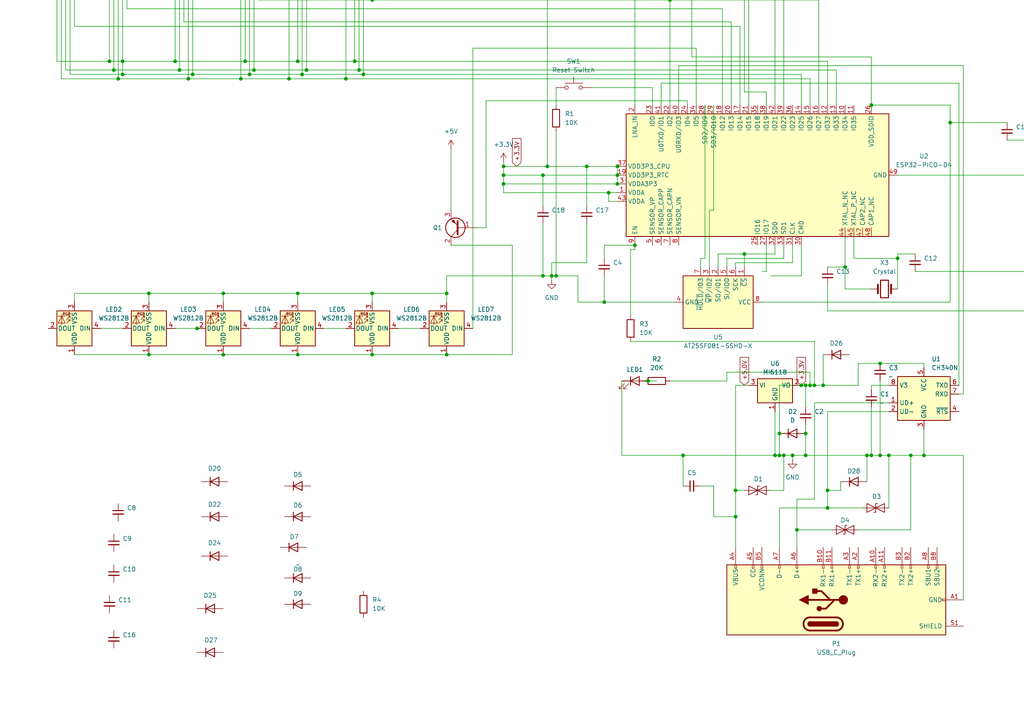
<source format=kicad_sch>
(kicad_sch (version 20231120) (generator "eeschema") (generator_version "8.0")
  (paper "A4")
  (junction (at 74.93 -20.32))
  (junction (at 300.99 -11.43))
  (junction (at 38.1 -21.59))
  (junction (at 57.15 -41.91))
  (junction (at 33.02 20.32))
  (junction (at 193.04 -41.91))
  (junction (at 231.14 153.67))
  (junction (at 107.95 102.87))
  (junction (at 88.9 20.32))
  (junction (at 74.93 -41.91))
  (junction (at 35.56 21.59))
  (junction (at 146.05 48.26))
  (junction (at 179.07 50.8))
  (junction (at 170.18 48.26))
  (junction (at 72.39 21.59))
  (junction (at 226.06 132.08))
  (junction (at 194.31 -20.32))
  (junction (at 233.68 132.08))
  (junction (at 57.15 -22.86))
  (junction (at 146.05 50.8))
  (junction (at 146.05 53.34))
  (junction (at 43.18 85.09))
  (junction (at 69.85 22.86))
  (junction (at 100.33 22.86))
  (junction (at 275.59 35.56))
  (junction (at 224.79 132.08))
  (junction (at 90.17 -24.13))
  (junction (at 245.11 77.47))
  (junction (at 257.81 132.08))
  (junction (at 213.36 142.24))
  (junction (at 31.75 17.78))
  (junction (at 107.95 -41.91))
  (junction (at 260.35 74.93))
  (junction (at 252.73 30.48))
  (junction (at 38.1 -41.91))
  (junction (at 86.36 85.09))
  (junction (at 129.54 85.09))
  (junction (at 300.99 50.8))
  (junction (at 267.97 132.08))
  (junction (at 184.15 71.12))
  (junction (at 228.6 -17.78))
  (junction (at 223.52 -20.32))
  (junction (at 87.63 21.59))
  (junction (at 64.77 102.87))
  (junction (at 54.61 22.86))
  (junction (at 226.06 125.73))
  (junction (at 300.99 63.5))
  (junction (at 215.9 73.66))
  (junction (at 71.12 17.78))
  (junction (at 252.73 132.08))
  (junction (at 67.31 -62.23))
  (junction (at 255.27 132.08))
  (junction (at 240.03 147.32))
  (junction (at 251.46 132.08))
  (junction (at 55.88 21.59))
  (junction (at 158.75 48.26))
  (junction (at 179.07 48.26))
  (junction (at 87.63 -41.91))
  (junction (at 104.14 20.32))
  (junction (at 255.27 105.41))
  (junction (at 64.77 85.09))
  (junction (at 261.62 -40.64))
  (junction (at 129.54 102.87))
  (junction (at 227.33 132.08))
  (junction (at 50.8 17.78))
  (junction (at 107.95 85.09))
  (junction (at 241.3 -20.32))
  (junction (at 102.87 17.78))
  (junction (at 85.09 -62.23))
  (junction (at 35.56 17.78))
  (junction (at 198.12 132.08))
  (junction (at 21.59 -21.59))
  (junction (at 179.07 53.34))
  (junction (at 107.95 0))
  (junction (at 232.41 111.76))
  (junction (at 34.29 -62.23))
  (junction (at 83.82 22.86))
  (junction (at 234.95 111.76))
  (junction (at 157.48 50.8))
  (junction (at 233.68 111.76))
  (junction (at 57.15 95.25))
  (junction (at 194.31 0))
  (junction (at 105.41 21.59))
  (junction (at 213.36 149.86))
  (junction (at 251.46 -25.4))
  (junction (at 86.36 102.87))
  (junction (at 160.02 80.01))
  (junction (at 233.68 125.73))
  (junction (at 43.18 102.87))
  (junction (at 52.07 20.32))
  (junction (at 157.48 80.01))
  (junction (at 240.03 142.24))
  (junction (at 229.87 132.08))
  (junction (at 300.99 -20.32))
  (junction (at 73.66 20.32))
  (junction (at 161.29 80.01))
  (junction (at 238.76 111.76))
  (junction (at 300.99 78.74))
  (junction (at 264.16 132.08))
  (junction (at 236.22 111.76))
  (junction (at 193.04 -20.32))
  (junction (at 236.22 -17.78))
  (junction (at 68.58 -62.23))
  (junction (at 200.66 -25.4))
  (junction (at 54.61 -62.23))
  (junction (at 187.96 110.49))
  (junction (at 107.95 -24.13))
  (junction (at 300.99 40.64))
  (junction (at 175.26 87.63))
  (junction (at 86.36 17.78))
  (junction (at 34.29 22.86))
  (junction (at 176.53 55.88))
  (wire (pts (xy 245.11 68.58) (xy 245.11 77.47)))
  (wire (pts (xy 219.71 -25.4) (xy 224.79 -25.4)))
  (wire (pts (xy 43.18 85.09) (xy 64.77 85.09)))
  (wire (pts (xy 251.46 -25.4) (xy 251.46 -69.85)))
  (wire (pts (xy 57.15 -17.78) (xy 54.61 -17.78)))
  (wire (pts (xy 279.4 173.99) (xy 279.4 132.08)))
  (wire (pts (xy 19.05 -8.89) (xy 19.05 20.32)))
  (wire (pts (xy 207.01 149.86) (xy 213.36 149.86)))
  (wire (pts (xy 86.36 85.09) (xy 107.95 85.09)))
  (wire (pts (xy 292.1 40.64) (xy 300.99 40.64)))
  (wire (pts (xy 25.4 -6.35) (xy 25.4 -21.59)))
  (wire (pts (xy 279.4 19.05) (xy 279.4 114.3)))
  (wire (pts (xy 148.59 102.87) (xy 129.54 102.87)))
  (wire (pts (xy 196.85 19.05) (xy 196.85 30.48)))
  (wire (pts (xy 261.62 -40.64) (xy 300.99 -40.64)))
  (wire (pts (xy 184.15 72.39) (xy 184.15 71.12)))
  (wire (pts (xy 265.43 78.74) (xy 300.99 78.74)))
  (wire (pts (xy 57.15 -15.24) (xy 55.88 -15.24)))
  (wire (pts (xy 214.63 7.62) (xy 21.59 7.62)))
  (wire (pts (xy 222.25 71.12) (xy 222.25 78.74)))
  (wire (pts (xy 54.61 -62.23) (xy 67.31 -62.23)))
  (wire (pts (xy 57.15 -22.86) (xy 57.15 -41.91)))
  (wire (pts (xy 243.84 139.7) (xy 243.84 142.24)))
  (wire (pts (xy 220.98 87.63) (xy 275.59 87.63)))
  (wire (pts (xy 140.97 29.21) (xy 140.97 66.04)))
  (wire (pts (xy 115.57 95.25) (xy 121.92 95.25)))
  (wire (pts (xy 86.36 102.87) (xy 64.77 102.87)))
  (wire (pts (xy 52.07 20.32) (xy 73.66 20.32)))
  (wire (pts (xy 226.06 125.73) (xy 226.06 132.08)))
  (wire (pts (xy 224.79 73.66) (xy 215.9 73.66)))
  (wire (pts (xy 167.64 87.63) (xy 167.64 80.01)))
  (wire (pts (xy 21.59 -6.35) (xy 25.4 -6.35)))
  (wire (pts (xy 68.58 -62.23) (xy 85.09 -62.23)))
  (wire (pts (xy 87.63 -24.13) (xy 90.17 -24.13)))
  (wire (pts (xy 175.26 80.01) (xy 175.26 87.63)))
  (wire (pts (xy 74.93 -5.08) (xy 78.74 -5.08)))
  (wire (pts (xy 107.95 -11.43) (xy 104.14 -11.43)))
  (wire (pts (xy 236.22 111.76) (xy 238.76 111.76)))
  (wire (pts (xy 175.26 87.63) (xy 195.58 87.63)))
  (wire (pts (xy 176.53 55.88) (xy 179.07 55.88)))
  (wire (pts (xy 238.76 102.87) (xy 238.76 111.76)))
  (wire (pts (xy 223.52 80.01) (xy 232.41 80.01)))
  (wire (pts (xy 209.55 2.54) (xy 36.83 2.54)))
  (wire (pts (xy 100.33 -19.05) (xy 100.33 22.86)))
  (wire (pts (xy 170.18 48.26) (xy 170.18 59.69)))
  (wire (pts (xy 184.15 71.12) (xy 175.26 71.12)))
  (wire (pts (xy 21.59 85.09) (xy 43.18 85.09)))
  (wire (pts (xy 237.49 0) (xy 194.31 0)))
  (wire (pts (xy 180.34 132.08) (xy 198.12 132.08)))
  (wire (pts (xy 255.27 110.49) (xy 255.27 132.08)))
  (wire (pts (xy 213.36 76.2) (xy 213.36 77.47)))
  (wire (pts (xy 215.9 73.66) (xy 208.28 73.66)))
  (wire (pts (xy 57.15 -10.16) (xy 52.07 -10.16)))
  (wire (pts (xy 261.62 -40.64) (xy 261.62 -33.02)))
  (wire (pts (xy 229.87 -24.13) (xy 228.6 -24.13)))
  (wire (pts (xy 300.99 40.64) (xy 300.99 50.8)))
  (wire (pts (xy 17.78 -19.05) (xy 17.78 -62.23)))
  (wire (pts (xy 90.17 -21.59) (xy 85.09 -21.59)))
  (wire (pts (xy 87.63 -41.91) (xy 87.63 -24.13)))
  (wire (pts (xy 194.31 110.49) (xy 210.82 110.49)))
  (wire (pts (xy 73.66 -7.62) (xy 73.66 20.32)))
  (wire (pts (xy 207.01 140.97) (xy 207.01 149.86)))
  (wire (pts (xy 267.97 106.68) (xy 267.97 105.41)))
  (wire (pts (xy 232.41 -24.13) (xy 236.22 -24.13)))
  (wire (pts (xy 199.39 29.21) (xy 140.97 29.21)))
  (wire (pts (xy 180.34 110.49) (xy 180.34 132.08)))
  (wire (pts (xy 16.51 -11.43) (xy 16.51 17.78)))
  (wire (pts (xy 213.36 -41.91) (xy 213.36 -38.1)))
  (wire (pts (xy 146.05 46.99) (xy 146.05 48.26)))
  (wire (pts (xy 240.03 119.38) (xy 257.81 119.38)))
  (wire (pts (xy 140.97 66.04) (xy 138.43 66.04)))
  (wire (pts (xy 275.59 35.56) (xy 292.1 35.56)))
  (wire (pts (xy 190.5 110.49) (xy 187.96 110.49)))
  (wire (pts (xy 217.17 -38.1) (xy 213.36 -38.1)))
  (wire (pts (xy 78.74 -5.08) (xy 78.74 -20.32)))
  (wire (pts (xy 67.31 -62.23) (xy 68.58 -62.23)))
  (wire (pts (xy 232.41 71.12) (xy 232.41 80.01)))
  (wire (pts (xy 182.88 91.44) (xy 182.88 72.39)))
  (wire (pts (xy 300.99 78.74) (xy 300.99 90.17)))
  (wire (pts (xy 38.1 -13.97) (xy 35.56 -13.97)))
  (wire (pts (xy 257.81 132.08) (xy 257.81 147.32)))
  (wire (pts (xy 52.07 -10.16) (xy 52.07 20.32)))
  (wire (pts (xy 226.06 132.08) (xy 227.33 132.08)))
  (wire (pts (xy 129.54 80.01) (xy 129.54 85.09)))
  (wire (pts (xy 194.31 -20.32) (xy 223.52 -20.32)))
  (wire (pts (xy 55.88 -15.24) (xy 55.88 21.59)))
  (wire (pts (xy 209.55 -25.4) (xy 200.66 -25.4)))
  (wire (pts (xy 137.16 13.97) (xy 201.93 13.97)))
  (wire (pts (xy 240.03 77.47) (xy 245.11 77.47)))
  (wire (pts (xy 107.95 -21.59) (xy 100.33 -21.59)))
  (wire (pts (xy 71.12 -10.16) (xy 71.12 17.78)))
  (wire (pts (xy 236.22 -24.13) (xy 236.22 -17.78)))
  (wire (pts (xy 130.81 43.18) (xy 130.81 60.96)))
  (wire (pts (xy 252.73 113.03) (xy 252.73 111.76)))
  (wire (pts (xy 157.48 50.8) (xy 179.07 50.8)))
  (wire (pts (xy 267.97 124.46) (xy 267.97 132.08)))
  (wire (pts (xy 213.36 142.24) (xy 215.9 142.24)))
  (wire (pts (xy 255.27 105.41) (xy 248.92 105.41)))
  (wire (pts (xy 93.98 95.25) (xy 100.33 95.25)))
  (wire (pts (xy 68.58 -62.23) (xy 68.58 -60.96)))
  (wire (pts (xy 170.18 76.2) (xy 160.02 76.2)))
  (wire (pts (xy 107.95 0) (xy 74.93 0)))
  (wire (pts (xy 19.05 20.32) (xy 33.02 20.32)))
  (wire (pts (xy 179.07 58.42) (xy 176.53 58.42)))
  (wire (pts (xy 215.9 26.67) (xy 222.25 26.67)))
  (wire (pts (xy 54.61 -20.32) (xy 54.61 -62.23)))
  (wire (pts (xy 203.2 74.93) (xy 203.2 77.47)))
  (wire (pts (xy 224.79 71.12) (xy 224.79 73.66)))
  (wire (pts (xy 252.73 16.51) (xy 252.73 30.48)))
  (wire (pts (xy 241.3 -20.32) (xy 241.3 -17.78)))
  (wire (pts (xy 157.48 80.01) (xy 160.02 80.01)))
  (wire (pts (xy 93.98 -24.13) (xy 90.17 -24.13)))
  (wire (pts (xy 237.49 -40.64) (xy 261.62 -40.64)))
  (wire (pts (xy 227.33 -8.89) (xy 227.33 30.48)))
  (wire (pts (xy 252.73 132.08) (xy 255.27 132.08)))
  (wire (pts (xy 105.41 -16.51) (xy 105.41 21.59)))
  (wire (pts (xy 21.59 -41.91) (xy 38.1 -41.91)))
  (wire (pts (xy 223.52 142.24) (xy 227.33 142.24)))
  (wire (pts (xy 215.9 26.67) (xy 215.9 -53.34)))
  (wire (pts (xy 267.97 105.41) (xy 255.27 105.41)))
  (wire (pts (xy 50.8 -12.7) (xy 50.8 17.78)))
  (wire (pts (xy 260.35 73.66) (xy 260.35 74.93)))
  (wire (pts (xy 229.87 71.12) (xy 229.87 76.2)))
  (wire (pts (xy 158.75 -49.53) (xy 193.04 -49.53)))
  (wire (pts (xy 222.25 26.67) (xy 222.25 30.48)))
  (wire (pts (xy 200.66 -25.4) (xy 200.66 16.51)))
  (wire (pts (xy 232.41 111.76) (xy 233.68 111.76)))
  (wire (pts (xy 146.05 48.26) (xy 146.05 50.8)))
  (wire (pts (xy 64.77 85.09) (xy 64.77 87.63)))
  (wire (pts (xy 229.87 132.08) (xy 233.68 132.08)))
  (wire (pts (xy 170.18 48.26) (xy 179.07 48.26)))
  (wire (pts (xy 238.76 111.76) (xy 248.92 111.76)))
  (wire (pts (xy 193.04 -44.45) (xy 193.04 -41.91)))
  (wire (pts (xy 240.03 147.32) (xy 240.03 142.24)))
  (wire (pts (xy 237.49 30.48) (xy 237.49 0)))
  (wire (pts (xy 38.1 -41.91) (xy 57.15 -41.91)))
  (wire (pts (xy 232.41 -27.94) (xy 232.41 -24.13)))
  (wire (pts (xy 227.33 142.24) (xy 227.33 132.08)))
  (wire (pts (xy 215.9 -53.34) (xy 222.25 -53.34)))
  (wire (pts (xy 240.03 17.78) (xy 102.87 17.78)))
  (wire (pts (xy 231.14 153.67) (xy 241.3 153.67)))
  (wire (pts (xy 21.59 -21.59) (xy 25.4 -21.59)))
  (wire (pts (xy 189.23 -20.32) (xy 193.04 -20.32)))
  (wire (pts (xy 236.22 116.84) (xy 257.81 116.84)))
  (wire (pts (xy 86.36 17.78) (xy 102.87 17.78)))
  (wire (pts (xy 203.2 140.97) (xy 207.01 140.97)))
  (wire (pts (xy 175.26 71.12) (xy 175.26 74.93)))
  (wire (pts (xy 208.28 73.66) (xy 208.28 77.47)))
  (wire (pts (xy 31.75 17.78) (xy 35.56 17.78)))
  (wire (pts (xy 57.15 -22.86) (xy 60.96 -22.86)))
  (wire (pts (xy 300.99 -40.64) (xy 300.99 -20.32)))
  (wire (pts (xy 227.33 -8.89) (xy 222.25 -8.89)))
  (wire (pts (xy 240.03 30.48) (xy 240.03 17.78)))
  (wire (pts (xy 86.36 85.09) (xy 86.36 87.63)))
  (wire (pts (xy 240.03 147.32) (xy 250.19 147.32)))
  (wire (pts (xy 161.29 38.1) (xy 161.29 80.01)))
  (wire (pts (xy 233.68 125.73) (xy 233.68 132.08)))
  (wire (pts (xy 87.63 -16.51) (xy 87.63 21.59)))
  (wire (pts (xy 86.36 -13.97) (xy 86.36 17.78)))
  (wire (pts (xy 71.12 17.78) (xy 86.36 17.78)))
  (wire (pts (xy 196.85 19.05) (xy 279.4 19.05)))
  (wire (pts (xy 251.46 -25.4) (xy 261.62 -25.4)))
  (wire (pts (xy 191.77 24.13) (xy 191.77 30.48)))
  (wire (pts (xy 107.95 -6.35) (xy 107.95 0)))
  (wire (pts (xy 57.15 95.25) (xy 58.42 95.25)))
  (wire (pts (xy 72.39 -12.7) (xy 72.39 21.59)))
  (wire (pts (xy 243.84 142.24) (xy 240.03 142.24)))
  (wire (pts (xy 93.98 -8.89) (xy 93.98 -24.13)))
  (wire (pts (xy 29.21 95.25) (xy 35.56 95.25)))
  (wire (pts (xy 74.93 -12.7) (xy 72.39 -12.7)))
  (wire (pts (xy 100.33 22.86) (xy 234.95 22.86)))
  (wire (pts (xy 17.78 -16.51) (xy 21.59 -16.51)))
  (wire (pts (xy 33.02 -8.89) (xy 33.02 20.32)))
  (wire (pts (xy 41.91 -6.35) (xy 41.91 -21.59)))
  (wire (pts (xy 90.17 -19.05) (xy 83.82 -19.05)))
  (wire (pts (xy 161.29 80.01) (xy 167.64 80.01)))
  (wire (pts (xy 248.92 105.41) (xy 248.92 111.76)))
  (wire (pts (xy 220.98 78.74) (xy 222.25 78.74)))
  (wire (pts (xy 275.59 30.48) (xy 275.59 35.56)))
  (wire (pts (xy 73.66 20.32) (xy 88.9 20.32)))
  (wire (pts (xy 146.05 53.34) (xy 179.07 53.34)))
  (wire (pts (xy 251.46 -19.05) (xy 251.46 -25.4)))
  (wire (pts (xy 207.01 60.96) (xy 207.01 30.48)))
  (wire (pts (xy 228.6 -17.78) (xy 228.6 -13.97)))
  (wire (pts (xy 74.93 -20.32) (xy 74.93 -41.91)))
  (wire (pts (xy 74.93 -17.78) (xy 67.31 -17.78)))
  (wire (pts (xy 87.63 -41.91) (xy 107.95 -41.91)))
  (wire (pts (xy 167.64 87.63) (xy 175.26 87.63)))
  (wire (pts (xy 229.87 132.08) (xy 229.87 133.35)))
  (wire (pts (xy 226.06 158.75) (xy 226.06 147.32)))
  (wire (pts (xy 69.85 22.86) (xy 69.85 -15.24)))
  (wire (pts (xy 38.1 -19.05) (xy 34.29 -19.05)))
  (wire (pts (xy 34.29 -16.51) (xy 34.29 22.86)))
  (wire (pts (xy 57.15 -7.62) (xy 60.96 -7.62)))
  (wire (pts (xy 205.74 60.96) (xy 207.01 60.96)))
  (wire (pts (xy 157.48 64.77) (xy 157.48 80.01)))
  (wire (pts (xy 50.8 95.25) (xy 57.15 95.25)))
  (wire (pts (xy 146.05 50.8) (xy 157.48 50.8)))
  (wire (pts (xy 227.33 74.93) (xy 210.82 74.93)))
  (wire (pts (xy 107.95 -8.89) (xy 111.76 -8.89)))
  (wire (pts (xy 236.22 144.78) (xy 236.22 116.84)))
  (wire (pts (xy 35.56 17.78) (xy 35.56 21.59)))
  (wire (pts (xy 224.79 -7.62) (xy 219.71 -7.62)))
  (wire (pts (xy 107.95 -16.51) (xy 105.41 -16.51)))
  (wire (pts (xy 279.4 114.3) (xy 278.13 114.3)))
  (wire (pts (xy 74.93 -20.32) (xy 78.74 -20.32)))
  (wire (pts (xy 200.66 -27.94) (xy 200.66 -25.4)))
  (wire (pts (xy 148.59 71.12) (xy 148.59 102.87)))
  (wire (pts (xy 38.1 -21.59) (xy 38.1 -41.91)))
  (wire (pts (xy 231.14 144.78) (xy 236.22 144.78)))
  (wire (pts (xy 38.1 -6.35) (xy 41.91 -6.35)))
  (wire (pts (xy 17.78 22.86) (xy 34.29 22.86)))
  (wire (pts (xy 64.77 85.09) (xy 86.36 85.09)))
  (wire (pts (xy 232.41 30.48) (xy 232.41 21.59)))
  (wire (pts (xy 278.13 111.76) (xy 278.13 24.13)))
  (wire (pts (xy 111.76 -8.89) (xy 111.76 -24.13)))
  (wire (pts (xy 194.31 0) (xy 107.95 0)))
  (wire (pts (xy 212.09 30.48) (xy 212.09 6.35)))
  (wire (pts (xy 257.81 132.08) (xy 264.16 132.08)))
  (wire (pts (xy 100.33 -21.59) (xy 100.33 -62.23)))
  (wire (pts (xy 57.15 -12.7) (xy 50.8 -12.7)))
  (wire (pts (xy 60.96 -7.62) (xy 60.96 -22.86)))
  (wire (pts (xy 137.16 95.25) (xy 137.16 13.97)))
  (wire (pts (xy 217.17 -5.08) (xy 217.17 30.48)))
  (wire (pts (xy 213.36 149.86) (xy 213.36 158.75)))
  (wire (pts (xy 224.79 -7.62) (xy 224.79 30.48)))
  (wire (pts (xy 107.95 -19.05) (xy 100.33 -19.05)))
  (wire (pts (xy 182.88 99.06) (xy 236.22 99.06)))
  (wire (pts (xy 72.39 95.25) (xy 78.74 95.25)))
  (wire (pts (xy 146.05 55.88) (xy 176.53 55.88)))
  (wire (pts (xy 251.46 139.7) (xy 251.46 132.08)))
  (wire (pts (xy 264.16 132.08) (xy 267.97 132.08)))
  (wire (pts (xy 107.95 -41.91) (xy 107.95 -24.13)))
  (wire (pts (xy 130.81 71.12) (xy 148.59 71.12)))
  (wire (pts (xy 231.14 153.67) (xy 231.14 144.78)))
  (wire (pts (xy 160.02 80.01) (xy 161.29 80.01)))
  (wire (pts (xy 90.17 -11.43) (xy 88.9 -11.43)))
  (wire (pts (xy 223.52 -20.32) (xy 223.52 -17.78)))
  (wire (pts (xy 74.93 -10.16) (xy 71.12 -10.16)))
  (wire (pts (xy 194.31 -33.02) (xy 194.31 -20.32)))
  (wire (pts (xy 83.82 22.86) (xy 100.33 22.86)))
  (wire (pts (xy 107.95 102.87) (xy 86.36 102.87)))
  (wire (pts (xy 210.82 74.93) (xy 210.82 77.47)))
  (wire (pts (xy 129.54 80.01) (xy 157.48 80.01)))
  (wire (pts (xy 264.16 153.67) (xy 264.16 132.08)))
  (wire (pts (xy 21.59 -19.05) (xy 17.78 -19.05)))
  (wire (pts (xy 233.68 111.76) (xy 234.95 111.76)))
  (wire (pts (xy 85.09 -21.59) (xy 85.09 -62.23)))
  (wire (pts (xy 74.93 -41.91) (xy 87.63 -41.91)))
  (wire (pts (xy 265.43 73.66) (xy 260.35 73.66)))
  (wire (pts (xy 224.79 119.38) (xy 224.79 132.08)))
  (wire (pts (xy 43.18 102.87) (xy 21.59 102.87)))
  (wire (pts (xy 229.87 -27.94) (xy 229.87 -24.13)))
  (wire (pts (xy 35.56 21.59) (xy 55.88 21.59)))
  (wire (pts (xy 105.41 21.59) (xy 232.41 21.59)))
  (wire (pts (xy 102.87 -13.97) (xy 107.95 -13.97)))
  (wire (pts (xy 240.03 90.17) (xy 300.99 90.17)))
  (wire (pts (xy 21.59 -21.59) (xy 21.59 -41.91)))
  (wire (pts (xy 20.32 21.59) (xy 35.56 21.59)))
  (wire (pts (xy 54.61 -17.78) (xy 54.61 22.86)))
  (wire (pts (xy 38.1 -11.43) (xy 31.75 -11.43)))
  (wire (pts (xy 179.07 53.34) (xy 179.07 50.8)))
  (wire (pts (xy 88.9 20.32) (xy 104.14 20.32)))
  (wire (pts (xy 245.11 83.82) (xy 252.73 83.82)))
  (wire (pts (xy 90.17 -8.89) (xy 93.98 -8.89)))
  (wire (pts (xy 198.12 140.97) (xy 198.12 132.08)))
  (wire (pts (xy 55.88 21.59) (xy 72.39 21.59)))
  (wire (pts (xy 228.6 -24.13) (xy 228.6 -17.78)))
  (wire (pts (xy 260.35 50.8) (xy 300.99 50.8)))
  (wire (pts (xy 275.59 35.56) (xy 275.59 87.63)))
  (wire (pts (xy 104.14 20.32) (xy 242.57 20.32)))
  (wire (pts (xy 87.63 -16.51) (xy 90.17 -16.51)))
  (wire (pts (xy 233.68 132.08) (xy 251.46 132.08)))
  (wire (pts (xy 209.55 -40.64) (xy 217.17 -40.64)))
  (wire (pts (xy 199.39 30.48) (xy 199.39 29.21)))
  (wire (pts (xy 227.33 71.12) (xy 227.33 74.93)))
  (wire (pts (xy 176.53 58.42) (xy 176.53 55.88)))
  (wire (pts (xy 57.15 -41.91) (xy 74.93 -41.91)))
  (wire (pts (xy 17.78 -16.51) (xy 17.78 22.86)))
  (wire (pts (xy 38.1 -16.51) (xy 34.29 -16.51)))
  (wire (pts (xy 219.71 -7.62) (xy 219.71 -25.4)))
  (wire (pts (xy 90.17 -5.08) (xy 217.17 -5.08)))
  (wire (pts (xy 260.35 74.93) (xy 260.35 83.82)))
  (wire (pts (xy 34.29 -62.23) (xy 54.61 -62.23)))
  (wire (pts (xy 233.68 123.19) (xy 233.68 125.73)))
  (wire (pts (xy 170.18 64.77) (xy 170.18 76.2)))
  (wire (pts (xy 90.17 -6.35) (xy 90.17 -5.08)))
  (wire (pts (xy 17.78 -62.23) (xy 34.29 -62.23)))
  (wire (pts (xy 160.02 80.01) (xy 160.02 81.28)))
  (wire (pts (xy 72.39 21.59) (xy 87.63 21.59)))
  (wire (pts (xy 255.27 132.08) (xy 257.81 132.08)))
  (wire (pts (xy 242.57 30.48) (xy 242.57 20.32)))
  (wire (pts (xy 74.93 -7.62) (xy 73.66 -7.62)))
  (wire (pts (xy 161.29 25.4) (xy 161.29 30.48)))
  (wire (pts (xy 104.14 -11.43) (xy 104.14 20.32)))
  (wire (pts (xy 300.99 63.5) (xy 300.99 78.74)))
  (wire (pts (xy 38.1 -8.89) (xy 33.02 -8.89)))
  (wire (pts (xy 193.04 -41.91) (xy 193.04 -20.32)))
  (wire (pts (xy 209.55 30.48) (xy 209.55 2.54)))
  (wire (pts (xy 252.73 30.48) (xy 275.59 30.48)))
  (wire (pts (xy 35.56 -13.97) (xy 35.56 17.78)))
  (wire (pts (xy 204.47 -69.85) (xy 204.47 -38.1)))
  (wire (pts (xy 111.76 -24.13) (xy 107.95 -24.13)))
  (wire (pts (xy 234.95 111.76) (xy 236.22 111.76)))
  (wire (pts (xy 227.33 132.08) (xy 229.87 132.08)))
  (wire (pts (xy 204.47 30.48) (xy 204.47 74.93)))
  (wire (pts (xy 107.95 85.09) (xy 107.95 87.63)))
  (wire (pts (xy 34.29 22.86) (xy 54.61 22.86)))
  (wire (pts (xy 217.17 111.76) (xy 213.36 111.76)))
  (wire (pts (xy 158.75 48.26) (xy 170.18 48.26)))
  (wire (pts (xy 182.88 72.39) (xy 184.15 72.39)))
  (wire (pts (xy 160.02 76.2) (xy 160.02 80.01)))
  (wire (pts (xy 229.87 76.2) (xy 213.36 76.2)))
  (wire (pts (xy 213.36 -41.91) (xy 193.04 -41.91)))
  (wire (pts (xy 157.48 59.69) (xy 157.48 50.8)))
  (wire (pts (xy 226.06 147.32) (xy 240.03 147.32)))
  (wire (pts (xy 191.77 24.13) (xy 278.13 24.13)))
  (wire (pts (xy 33.02 20.32) (xy 52.07 20.32)))
  (wire (pts (xy 74.93 -2.54) (xy 74.93 0)))
  (wire (pts (xy 54.61 22.86) (xy 69.85 22.86)))
  (wire (pts (xy 69.85 22.86) (xy 83.82 22.86)))
  (wire (pts (xy 129.54 102.87) (xy 107.95 102.87)))
  (wire (pts (xy 251.46 132.08) (xy 252.73 132.08)))
  (wire (pts (xy 224.79 132.08) (xy 226.06 132.08)))
  (wire (pts (xy 198.12 132.08) (xy 224.79 132.08)))
  (wire (pts (xy 215.9 73.66) (xy 215.9 77.47)))
  (wire (pts (xy 50.8 17.78) (xy 71.12 17.78)))
  (wire (pts (xy 209.55 -25.4) (xy 209.55 -40.64)))
  (wire (pts (xy 129.54 85.09) (xy 129.54 87.63)))
  (wire (pts (xy 83.82 -19.05) (xy 83.82 22.86)))
  (wire (pts (xy 300.99 -11.43) (xy 300.99 40.64)))
  (wire (pts (xy 87.63 21.59) (xy 105.41 21.59)))
  (wire (pts (xy 205.74 77.47) (xy 205.74 60.96)))
  (wire (pts (xy 251.46 -11.43) (xy 300.99 -11.43)))
  (wire (pts (xy 38.1 -21.59) (xy 41.91 -21.59)))
  (wire (pts (xy 226.06 125.73) (xy 226.06 111.76)))
  (wire (pts (xy 43.18 85.09) (xy 43.18 87.63)))
  (wire (pts (xy 231.14 158.75) (xy 231.14 153.67)))
  (wire (pts (xy 53.34 6.35) (xy 53.34 -5.08)))
  (wire (pts (xy 233.68 118.11) (xy 233.68 111.76)))
  (wire (pts (xy 247.65 74.93) (xy 260.35 74.93)))
  (wire (pts (xy 234.95 30.48) (xy 234.95 22.86)))
  (wire (pts (xy 236.22 -17.78) (xy 236.22 -13.97)))
  (wire (pts (xy 146.05 53.34) (xy 146.05 55.88)))
  (wire (pts (xy 85.09 -62.23) (xy 100.33 -62.23)))
  (wire (pts (xy 224.79 -27.94) (xy 224.79 -25.4)))
  (wire (pts (xy 189.23 30.48) (xy 189.23 25.4)))
  (wire (pts (xy 251.46 -69.85) (xy 204.47 -69.85)))
  (wire (pts (xy 234.95 107.95) (xy 234.95 111.76)))
  (wire (pts (xy 184.15 -20.32) (xy 184.15 30.48)))
  (wire (pts (xy 223.52 -20.32) (xy 241.3 -20.32)))
  (wire (pts (xy 247.65 68.58) (xy 247.65 74.93)))
  (wire (pts (xy 146.05 48.26) (xy 158.75 48.26)))
  (wire (pts (xy 214.63 30.48) (xy 214.63 7.62)))
  (wire (pts (xy 21.59 85.09) (xy 21.59 87.63)))
  (wire (pts (xy 64.77 102.87) (xy 43.18 102.87)))
  (wire (pts (xy 213.36 142.24) (xy 213.36 149.86)))
  (wire (pts (xy 35.56 17.78) (xy 50.8 17.78)))
  (wire (pts (xy 102.87 17.78) (xy 102.87 -13.97)))
  (wire (pts (xy 245.11 77.47) (xy 245.11 83.82)))
  (wire (pts (xy 90.17 -13.97) (xy 86.36 -13.97)))
  (wire (pts (xy 240.03 142.24) (xy 240.03 119.38)))
  (wire (pts (xy 158.75 -49.53) (xy 158.75 48.26)))
  (wire (pts (xy 107.95 -41.91) (xy 115.57 -41.91)))
  (wire (pts (xy 21.59 -11.43) (xy 16.51 -11.43)))
  (wire (pts (xy 171.45 25.4) (xy 189.23 25.4)))
  (wire (pts (xy 36.83 -3.81) (xy 38.1 -3.81)))
  (wire (pts (xy 300.99 -20.32) (xy 300.99 -11.43)))
  (wire (pts (xy 200.66 -33.02) (xy 194.31 -33.02)))
  (wire (pts (xy 53.34 -5.08) (xy 57.15 -5.08)))
  (wire (pts (xy 34.29 -19.05) (xy 34.29 -62.23)))
  (wire (pts (xy 210.82 110.49) (xy 210.82 107.95)))
  (wire (pts (xy 21.59 -13.97) (xy 20.32 -13.97)))
  (wire (pts (xy 210.82 107.95) (xy 234.95 107.95)))
  (wire (pts (xy 67.31 -62.23) (xy 67.31 -17.78)))
  (wire (pts (xy 201.93 30.48) (xy 201.93 13.97)))
  (wire (pts (xy 36.83 2.54) (xy 36.83 -3.81)))
  (wire (pts (xy 193.04 -20.32) (xy 194.31 -20.32)))
  (wire (pts (xy 236.22 99.06) (xy 236.22 111.76)))
  (wire (pts (xy 21.59 -3.81) (xy 21.59 7.62)))
  (wire (pts (xy 248.92 153.67) (xy 264.16 153.67)))
  (wire (pts (xy 252.73 118.11) (xy 252.73 132.08)))
  (wire (pts (xy 267.97 132.08) (xy 279.4 132.08)))
  (wire (pts (xy 16.51 17.78) (xy 31.75 17.78)))
  (wire (pts (xy 194.31 30.48) (xy 194.31 0)))
  (wire (pts (xy 212.09 6.35) (xy 53.34 6.35)))
  (wire (pts (xy 241.3 -20.32) (xy 300.99 -20.32)))
  (wire (pts (xy 146.05 50.8) (xy 146.05 53.34)))
  (wire (pts (xy 204.47 74.93) (xy 203.2 74.93)))
  (wire (pts (xy 21.59 -8.89) (xy 19.05 -8.89)))
  (wire (pts (xy 88.9 -11.43) (xy 88.9 20.32)))
  (wire (pts (xy 252.73 111.76) (xy 257.81 111.76)))
  (wire (pts (xy 213.36 111.76) (xy 213.36 142.24)))
  (wire (pts (xy 179.07 48.26) (xy 179.07 50.8)))
  (wire (pts (xy 222.25 -8.89) (xy 222.25 -27.94)))
  (wire (pts (xy 31.75 -11.43) (xy 31.75 17.78)))
  (wire (pts (xy 300.99 63.5) (xy 300.99 50.8)))
  (wire (pts (xy 57.15 -20.32) (xy 54.61 -20.32)))
  (wire (pts (xy 69.85 -15.24) (xy 74.93 -15.24)))
  (wire (pts (xy 107.95 85.09) (xy 129.54 85.09)))
  (wire (pts (xy 240.03 82.55) (xy 240.03 90.17)))
  (wire (pts (xy 200.66 16.51) (xy 252.73 16.51)))
  (wire (pts (xy 226.06 111.76) (xy 232.41 111.76)))
  (wire (pts (xy 20.32 -13.97) (xy 20.32 21.59)))
  (wire (pts (xy 186.69 110.49) (xy 187.96 110.49)))
  (global_label "+3.3V" (shape input) (at 149.86 48.26 90) (property "Intersheetrefs" "${INTERSHEET_REFS}" (effects (hide yes))))
  (global_label "+5.0V" (shape input) (at 215.9 111.76 90) (property "Intersheetrefs" "${INTERSHEET_REFS}" (effects (hide yes))))
  (global_label "+3.3V" (shape input) (at 232.41 111.76 90) (property "Intersheetrefs" "${INTERSHEET_REFS}" (effects (hide yes))))
  (symbol (lib_id "Device:C_Small") (at 170.18 62.23 0) (unit 1)
    (property "Reference" "C17" (at 172.72 60.9662 0) (effects (justify left)))
    (property "Value" "C_Small" (effects (hide yes)))
    (property "Description" "Unpolarized capacitor, small symbol" (effects (hide yes)))
  )
  (symbol (lib_id "Diode:SD05_SOD323") (at 219.71 142.24 0) (unit 1)
    (property "Reference" "D1" (at 219.964 138.938 0))
    (property "Value" "SD05_SOD323" (effects (hide yes)))
    (property "Footprint" "Diode_SMD:D_0201_0603Metric" (effects (hide yes)))
    (property "Datasheet" "https://www.littelfuse.com/~/media/electronics/datasheets/tvs_diode_arrays/littelfuse_tvs_diode_array_sd_c_datasheet.pdf.pdf" (effects (hide yes)))
    (property "Description" "5V, 450W Discrete Bidirectional TVS Diode, SOD-323" (effects (hide yes)))
  )
  (symbol (lib_id "Device:C_Small") (at 252.73 115.57 0) (unit 1)
    (property "Reference" "C1" (at 255.27 114.3062 0) (effects (justify left)))
    (property "Value" "~" (at 255.27 116.8462 0) (effects (justify left)))
    (property "Description" "Unpolarized capacitor, small symbol" (effects (hide yes)))
  )
  (symbol (lib_id "Device:C_Small") (at 34.29 148.59 0) (unit 1)
    (property "Reference" "C8" (at 36.83 147.3262 0) (effects (justify left)))
    (property "Value" "C_Small" (effects (hide yes)))
    (property "Description" "Unpolarized capacitor, small symbol" (effects (hide yes)))
  )
  (symbol (lib_id "LED:WS2812B") (at 64.77 95.25 180) (unit 1)
    (property "Reference" "LED4" (at 76.2 89.7538 0))
    (property "Value" "WS2812B" (at 76.2 92.2938 0))
    (property "Footprint" "LED_SMD:LED_WS2812B_PLCC4_5.0x5.0mm_P3.2mm" (effects (hide yes)))
    (property "Datasheet" "https://cdn-shop.adafruit.com/datasheets/WS2812B.pdf" (effects (hide yes)))
    (property "Description" "RGB LED with integrated controller" (effects (hide yes)))
  )
  (symbol (lib_id "LED:WS2812B") (at 86.36 95.25 180) (unit 1)
    (property "Reference" "LED5" (at 97.79 89.7538 0))
    (property "Value" "WS2812B" (at 97.79 92.2938 0))
    (property "Footprint" "LED_SMD:LED_WS2812B_PLCC4_5.0x5.0mm_P3.2mm" (effects (hide yes)))
    (property "Datasheet" "https://cdn-shop.adafruit.com/datasheets/WS2812B.pdf" (effects (hide yes)))
    (property "Description" "RGB LED with integrated controller" (effects (hide yes)))
  )
  (symbol (lib_id "Device:D") (at 229.87 125.73 0) (unit 1)
    (property "Reference" "D2" (at 229.87 119.38 0))
    (property "Value" "D" (at 229.87 121.92 0))
    (property "Description" "Diode" (effects (hide yes)))
    (property "Sim.Device" "D" (effects (hide yes)))
    (property "Sim.Pins" "1=K 2=A" (effects (hide yes)))
  )
  (symbol (lib_id "Device:Battery_Cell") (at 261.62 -30.48 180) (unit 1)
    (property "Reference" "BT1" (at 265.43 -29.9086 0) (effects (justify right)))
    (property "Value" "Battery_Cell" (at 265.43 -27.3686 0) (effects (justify right)))
    (property "Description" "Single-cell battery" (effects (hide yes)))
  )
  (symbol (lib_id "power:+5V") (at 130.81 43.18 0) (unit 1)
    (property "Reference" "#PWR07" (effects (hide yes)))
    (property "Value" "+5V" (at 130.81 38.1 0))
    (property "Description" "Power symbol creates a global label with name \"+5V\"" (effects (hide yes)))
  )
  (symbol (lib_id "Device:C_Small") (at 33.02 157.48 0) (unit 1)
    (property "Reference" "C9" (at 35.56 156.2162 0) (effects (justify left)))
    (property "Value" "C_Small" (effects (hide yes)))
    (property "Description" "Unpolarized capacitor, small symbol" (effects (hide yes)))
  )
  (symbol (lib_id "Device:D") (at 86.36 140.97 0) (unit 1)
    (property "Reference" "D5" (at 86.36 137.668 0))
    (property "Value" "D" (effects (hide yes)))
    (property "Description" "Diode" (effects (hide yes)))
    (property "Sim.Device" "D" (effects (hide yes)))
    (property "Sim.Pins" "1=K 2=A" (effects (hide yes)))
  )
  (symbol (lib_id "Device:C_Small") (at 33.02 185.42 0) (unit 1)
    (property "Reference" "C16" (at 35.56 184.1562 0) (effects (justify left)))
    (property "Value" "C_Small" (effects (hide yes)))
    (property "Description" "Unpolarized capacitor, small symbol" (effects (hide yes)))
  )
  (symbol (lib_id "power:GND") (at 229.87 133.35 0) (unit 1)
    (property "Reference" "#PWR01" (effects (hide yes)))
    (property "Value" "GND" (at 229.87 138.43 0))
    (property "Description" "Power symbol creates a global label with name \"GND\" , ground" (effects (hide yes)))
  )
  (symbol (lib_id "Connector:USB_C_Plug") (at 238.76 173.99 90) (unit 1)
    (property "Reference" "P1" (at 242.57 186.69 90))
    (property "Value" "USB_C_Plug" (at 242.57 189.23 90))
    (property "Footprint" "Connector_USB:USB_C_Receptacle_GCT_USB4105-xx-A_16P_TopMnt_Horizontal" (effects (hide yes)))
    (property "Datasheet" "https://www.usb.org/sites/default/files/documents/usb_type-c.zip" (effects (hide yes)))
    (property "Description" "USB Type-C Plug connector" (effects (hide yes)))
  )
  (symbol (lib_id "Device:D") (at 62.23 139.7 0) (unit 1)
    (property "Reference" "D20" (at 62.23 135.89 0))
    (property "Value" "D" (effects (hide yes)))
    (property "Description" "Diode" (effects (hide yes)))
    (property "Sim.Device" "D" (effects (hide yes)))
    (property "Sim.Pins" "1=K 2=A" (effects (hide yes)))
  )
  (symbol (lib_id "Device:R") (at 105.41 175.26 0) (unit 1)
    (property "Reference" "R4" (at 107.95 173.9899 0) (effects (justify left)))
    (property "Value" "10K" (at 107.95 176.5299 0) (effects (justify left)))
    (property "Description" "Resistor" (effects (hide yes)))
  )
  (symbol (lib_id "Device:R") (at 182.88 95.25 0) (unit 1)
    (property "Reference" "R3" (at 185.42 93.9799 0) (effects (justify left)))
    (property "Value" "10K" (at 185.42 96.5199 0) (effects (justify left)))
    (property "Description" "Resistor" (effects (hide yes)))
  )
  (symbol (lib_id "Device:LED") (at 184.15 110.49 0) (unit 1)
    (property "Reference" "LED1" (at 184.15 107.188 0))
    (property "Value" "LED" (effects (hide yes)))
    (property "Description" "Light emitting diode" (effects (hide yes)))
  )
  (symbol (lib_id "Device:C_Small") (at 233.68 120.65 0) (unit 1)
    (property "Reference" "C2" (at 236.22 119.3862 0) (effects (justify left)))
    (property "Value" "C_Small" (effects (hide yes)))
    (property "Description" "Unpolarized capacitor, small symbol" (effects (hide yes)))
  )
  (symbol (lib_id "Device:C_Small") (at 265.43 76.2 0) (unit 1)
    (property "Reference" "C12" (at 267.97 74.9362 0) (effects (justify left)))
    (property "Value" "C_Small" (effects (hide yes)))
    (property "Description" "Unpolarized capacitor, small symbol" (effects (hide yes)))
  )
  (symbol (lib_id "power:+3.3V") (at 115.57 -41.91 0) (unit 1)
    (property "Reference" "#PWR06" (effects (hide yes)))
    (property "Value" "+3.3V" (at 115.57 -45.72 0))
    (property "Description" "Power symbol creates a global label with name \"+3.3V\"" (effects (hide yes)))
  )
  (symbol (lib_id "LED:WS2812B") (at 43.18 95.25 180) (unit 1)
    (property "Reference" "LED3" (at 54.61 89.7538 0))
    (property "Value" "WS2812B" (at 54.61 92.2938 0))
    (property "Footprint" "LED_SMD:LED_WS2812B_PLCC4_5.0x5.0mm_P3.2mm" (effects (hide yes)))
    (property "Datasheet" "https://cdn-shop.adafruit.com/datasheets/WS2812B.pdf" (effects (hide yes)))
    (property "Description" "RGB LED with integrated controller" (effects (hide yes)))
  )
  (symbol (lib_id "Regulator_Linear:AP1117-33") (at 224.79 111.76 0) (unit 1)
    (property "Reference" "U6" (at 224.79 105.41 0))
    (property "Value" "MI6118" (at 224.79 107.95 0))
    (property "Footprint" "Package_TO_SOT_SMD:SOT-223-3_TabPin2" (effects (hide yes)))
    (property "Datasheet" "http://www.diodes.com/datasheets/AP1117.pdf" (effects (hide yes)))
    (property "Description" "1A Low Dropout regulator, positive, 3.3V fixed output, SOT-223" (effects (hide yes)))
  )
  (symbol (lib_id "Device:D") (at 60.96 176.53 0) (unit 1)
    (property "Reference" "D25" (at 60.96 172.72 0))
    (property "Value" "D" (effects (hide yes)))
    (property "Description" "Diode" (effects (hide yes)))
    (property "Sim.Device" "D" (effects (hide yes)))
    (property "Sim.Pins" "1=K 2=A" (effects (hide yes)))
  )
  (symbol (lib_id "Device:D") (at 86.36 149.86 0) (unit 1)
    (property "Reference" "D6" (at 86.36 146.558 0))
    (property "Value" "D" (effects (hide yes)))
    (property "Description" "Diode" (effects (hide yes)))
    (property "Sim.Device" "D" (effects (hide yes)))
    (property "Sim.Pins" "1=K 2=A" (effects (hide yes)))
  )
  (symbol (lib_id "Device:R") (at 190.5 110.49 90) (unit 1)
    (property "Reference" "R2" (at 190.5 104.14 90))
    (property "Value" "20K" (at 190.5 106.68 90))
    (property "Description" "Resistor" (effects (hide yes)))
  )
  (symbol (lib_id "Device:C_Small") (at 175.26 77.47 0) (unit 1)
    (property "Reference" "C4" (at 177.8 76.2062 0) (effects (justify left)))
    (property "Value" "C_Small" (effects (hide yes)))
    (property "Description" "Unpolarized capacitor, small symbol" (effects (hide yes)))
  )
  (symbol (lib_id "Device:Crystal") (at 232.41 -13.97 0) (unit 1)
    (property "Reference" "X1" (at 232.41 -21.59 0))
    (property "Value" "Crystal" (at 232.41 -19.05 0))
    (property "Description" "Two pin crystal" (effects (hide yes)))
  )
  (symbol (lib_id "Connector:Conn_Coaxial_Small") (at 186.69 -20.32 0) (unit 1)
    (property "Reference" "J1" (at 186.1704 -26.67 0))
    (property "Value" "Conn_Coaxial_Small" (at 186.1704 -24.13 0))
    (property "Datasheet" " ~" (effects (hide yes)))
    (property "Description" "small coaxial connector (BNC, SMA, SMB, SMC, Cinch/RCA, LEMO, ...)" (effects (hide yes)))
  )
  (symbol (lib_id "Connector:Conn_01x08_Socket") (at 113.03 -16.51 0) (unit 1)
    (property "Reference" "FPC5" (at 114.3 -16.5101 0) (effects (justify left)))
    (property "Value" "Conn_01x08_Socket" (effects (hide yes)))
    (property "Description" "Generic connector, single row, 01x08, script generated" (effects (hide yes)))
  )
  (symbol (lib_id "Device:C_Small") (at 157.48 62.23 0) (unit 1)
    (property "Reference" "C18" (at 160.02 60.9662 0) (effects (justify left)))
    (property "Value" "C_Small" (effects (hide yes)))
    (property "Description" "Unpolarized capacitor, small symbol" (effects (hide yes)))
  )
  (symbol (lib_id "Device:D") (at 247.65 139.7 0) (unit 1)
    (property "Reference" "D28" (at 247.65 136.652 0))
    (property "Value" "D" (effects (hide yes)))
    (property "Description" "Diode" (effects (hide yes)))
    (property "Sim.Device" "D" (effects (hide yes)))
    (property "Sim.Pins" "1=K 2=A" (effects (hide yes)))
  )
  (symbol (lib_id "Device:D") (at 62.23 161.29 0) (unit 1)
    (property "Reference" "D24" (at 62.23 157.48 0))
    (property "Value" "D" (effects (hide yes)))
    (property "Description" "Diode" (effects (hide yes)))
    (property "Sim.Device" "D" (effects (hide yes)))
    (property "Sim.Pins" "1=K 2=A" (effects (hide yes)))
  )
  (symbol (lib_id "Diode:SD05_SOD323") (at 254 147.32 0) (unit 1)
    (property "Reference" "D3" (at 254.254 144.018 0))
    (property "Value" "SD05_SOD323" (effects (hide yes)))
    (property "Footprint" "Diode_SMD:D_0201_0603Metric" (effects (hide yes)))
    (property "Datasheet" "https://www.littelfuse.com/~/media/electronics/datasheets/tvs_diode_arrays/littelfuse_tvs_diode_array_sd_c_datasheet.pdf.pdf" (effects (hide yes)))
    (property "Description" "5V, 450W Discrete Bidirectional TVS Diode, SOD-323" (effects (hide yes)))
  )
  (symbol (lib_id "power:GND") (at 300.99 63.5 0) (unit 1)
    (property "Reference" "#PWR02" (effects (hide yes)))
    (property "Value" "GND" (at 300.99 68.58 0))
    (property "Description" "Power symbol creates a global label with name \"GND\" , ground" (effects (hide yes)))
  )
  (symbol (lib_id "Device:Q_PNP_BCE") (at 133.35 66.04 180) (unit 1)
    (property "Reference" "Q1" (at 128.27 66.0399 0) (effects (justify left)))
    (property "Value" "Q_PNP_BCE" (effects (hide yes)))
    (property "Description" "PNP transistor, base/collector/emitter" (effects (hide yes)))
  )
  (symbol (lib_id "Device:C_Small") (at 292.1 38.1 0) (unit 1)
    (property "Reference" "C15" (at 294.64 36.8362 0) (effects (justify left)))
    (property "Value" "C_Small" (effects (hide yes)))
    (property "Description" "Unpolarized capacitor, small symbol" (effects (hide yes)))
  )
  (symbol (lib_id "Device:C_Small") (at 255.27 107.95 0) (unit 1)
    (property "Reference" "C3" (at 257.81 106.6862 0) (effects (justify left)))
    (property "Value" "~" (at 257.81 109.2262 0) (effects (justify left)))
    (property "Description" "Unpolarized capacitor, small symbol" (effects (hide yes)))
  )
  (symbol (lib_id "Device:C_Small") (at 193.04 -46.99 0) (unit 1)
    (property "Reference" "C19" (at 195.58 -48.2538 0) (effects (justify left)))
    (property "Value" "C_Small" (effects (hide yes)))
    (property "Description" "Unpolarized capacitor, small symbol" (effects (hide yes)))
  )
  (symbol (lib_id "Device:C_Small") (at 240.03 80.01 0) (unit 1)
    (property "Reference" "C13" (at 242.57 78.7462 0) (effects (justify left)))
    (property "Value" "C_Small" (effects (hide yes)))
    (property "Description" "Unpolarized capacitor, small symbol" (effects (hide yes)))
  )
  (symbol (lib_id "LED:WS2812B") (at 107.95 95.25 180) (unit 1)
    (property "Reference" "LED6" (at 119.38 89.7538 0))
    (property "Value" "WS2812B" (at 119.38 92.2938 0))
    (property "Footprint" "LED_SMD:LED_WS2812B_PLCC4_5.0x5.0mm_P3.2mm" (effects (hide yes)))
    (property "Datasheet" "https://cdn-shop.adafruit.com/datasheets/WS2812B.pdf" (effects (hide yes)))
    (property "Description" "RGB LED with integrated controller" (effects (hide yes)))
  )
  (symbol (lib_id "LED:WS2812B") (at 21.59 95.25 180) (unit 1)
    (property "Reference" "LED2" (at 33.02 89.7538 0))
    (property "Value" "WS2812B" (at 33.02 92.2938 0))
    (property "Footprint" "LED_SMD:LED_WS2812B_PLCC4_5.0x5.0mm_P3.2mm" (effects (hide yes)))
    (property "Datasheet" "https://cdn-shop.adafruit.com/datasheets/WS2812B.pdf" (effects (hide yes)))
    (property "Description" "RGB LED with integrated controller" (effects (hide yes)))
  )
  (symbol (lib_id "Device:D") (at 242.57 102.87 0) (unit 1)
    (property "Reference" "D26" (at 242.57 99.568 0))
    (property "Value" "D" (effects (hide yes)))
    (property "Description" "Diode" (effects (hide yes)))
    (property "Sim.Device" "D" (effects (hide yes)))
    (property "Sim.Pins" "1=K 2=A" (effects (hide yes)))
  )
  (symbol (lib_id "Device:C_Small") (at 226.06 -17.78 90) (unit 1)
    (property "Reference" "C7" (at 226.0663 -21.59 90))
    (property "Value" "~" (at 226.0663 -20.32 90))
    (property "Description" "Unpolarized capacitor, small symbol" (effects (hide yes)))
  )
  (symbol (lib_id "MCU_Espressif:ESP32-PICO-D4") (at 219.71 50.8 90) (unit 1)
    (property "Reference" "U2" (at 267.97 45.3038 90))
    (property "Value" "ESP32-PICO-D4" (at 267.97 47.8438 90))
    (property "Footprint" "Package_DFN_QFN:QFN-48-1EP_7x7mm_P0.5mm_EP5.3x5.3mm" (effects (hide yes)))
    (property "Datasheet" "https://www.espressif.com/sites/default/files/documentation/esp32-pico-d4_datasheet_en.pdf" (effects (hide yes)))
    (property "Description" "RF Module, ESP32 SoC, Wi-Fi 802.11b/g/n, Bluetooth, BLE, 32-bit, 2.7-3.6V, external antenna, QFN-48" (effects (hide yes)))
  )
  (symbol (lib_id "Connector:Conn_01x08_Socket") (at 62.23 -15.24 0) (unit 1)
    (property "Reference" "FPC1" (at 63.5 -15.2401 0) (effects (justify left)))
    (property "Value" "Conn_01x08_Socket" (effects (hide yes)))
    (property "Description" "Generic connector, single row, 01x08, script generated" (effects (hide yes)))
  )
  (symbol (lib_id "Device:D") (at 62.23 149.86 0) (unit 1)
    (property "Reference" "D22" (at 62.23 146.304 0))
    (property "Value" "D" (effects (hide yes)))
    (property "Description" "Diode" (effects (hide yes)))
    (property "Sim.Device" "D" (effects (hide yes)))
    (property "Sim.Pins" "1=K 2=A" (effects (hide yes)))
  )
  (symbol (lib_id "Device:C_Small") (at 238.76 -17.78 90) (unit 1)
    (property "Reference" "C6" (at 238.7663 -22.86 90))
    (property "Value" "~" (at 238.7663 -20.32 90))
    (property "Description" "Unpolarized capacitor, small symbol" (effects (hide yes)))
  )
  (symbol (lib_id "Connector:Conn_01x08_Socket") (at 95.25 -16.51 0) (unit 1)
    (property "Reference" "FPC6" (at 96.52 -16.5101 0) (effects (justify left)))
    (property "Value" "Conn_01x08_Socket" (effects (hide yes)))
    (property "Description" "Generic connector, single row, 01x08, script generated" (effects (hide yes)))
  )
  (symbol (lib_id "Device:C_Small") (at 33.02 166.37 0) (unit 1)
    (property "Reference" "C10" (at 35.56 165.1062 0) (effects (justify left)))
    (property "Value" "C_Small" (effects (hide yes)))
    (property "Description" "Unpolarized capacitor, small symbol" (effects (hide yes)))
  )
  (symbol (lib_id "LED:WS2812B") (at 129.54 95.25 180) (unit 1)
    (property "Reference" "LED7" (at 140.97 89.7538 0))
    (property "Value" "WS2812B" (at 140.97 92.2938 0))
    (property "Footprint" "LED_SMD:LED_WS2812B_PLCC4_5.0x5.0mm_P3.2mm" (effects (hide yes)))
    (property "Datasheet" "https://cdn-shop.adafruit.com/datasheets/WS2812B.pdf" (effects (hide yes)))
    (property "Description" "RGB LED with integrated controller" (effects (hide yes)))
  )
  (symbol (lib_id "Device:C_Small") (at 200.66 -30.48 0) (unit 1)
    (property "Reference" "C14" (at 203.2 -31.7438 0) (effects (justify left)))
    (property "Value" "C_Small" (effects (hide yes)))
    (property "Description" "Unpolarized capacitor, small symbol" (effects (hide yes)))
  )
  (symbol (lib_id "power:+3.3V") (at 146.05 46.99 0) (unit 1)
    (property "Reference" "#PWR03" (effects (hide yes)))
    (property "Value" "+3.3V" (at 146.05 41.91 0))
    (property "Description" "Power symbol creates a global label with name \"+3.3V\"" (effects (hide yes)))
  )
  (symbol (lib_id "Interface_USB:CH340N") (at 267.97 114.3 0) (unit 1)
    (property "Reference" "U1" (at 270.1641 104.14 0) (effects (justify left)))
    (property "Value" "CH340N" (at 270.1641 106.68 0) (effects (justify left)))
    (property "Footprint" "Package_SO:SOP-8_3.9x4.9mm_P1.27mm" (effects (hide yes)))
    (property "Datasheet" "https://aitendo3.sakura.ne.jp/aitendo_data/product_img/ic/inteface/CH340N/ch340n.pdf" (effects (hide yes)))
    (property "Description" "USB serial converter, 2Mbps, UART, SOP-8" (effects (hide yes)))
  )
  (symbol (lib_id "Device:D") (at 86.36 175.26 0) (unit 1)
    (property "Reference" "D9" (at 86.36 172.212 0))
    (property "Value" "D" (effects (hide yes)))
    (property "Description" "Diode" (effects (hide yes)))
    (property "Sim.Device" "D" (effects (hide yes)))
    (property "Sim.Pins" "1=K 2=A" (effects (hide yes)))
  )
  (symbol (lib_id "Device:D") (at 85.09 158.75 0) (unit 1)
    (property "Reference" "D7" (at 85.344 155.702 0))
    (property "Value" "D" (effects (hide yes)))
    (property "Description" "Diode" (effects (hide yes)))
    (property "Sim.Device" "D" (effects (hide yes)))
    (property "Sim.Pins" "1=K 2=A" (effects (hide yes)))
  )
  (symbol (lib_id "Device:D") (at 60.96 189.23 0) (unit 1)
    (property "Reference" "D27" (at 61.214 185.674 0))
    (property "Value" "D" (effects (hide yes)))
    (property "Description" "Diode" (effects (hide yes)))
    (property "Sim.Device" "D" (effects (hide yes)))
    (property "Sim.Pins" "1=K 2=A" (effects (hide yes)))
  )
  (symbol (lib_id "Device:D") (at 251.46 -15.24 270) (unit 1)
    (property "Reference" "D19" (at 255.016 -15.24 0))
    (property "Value" "D" (effects (hide yes)))
    (property "Description" "Diode" (effects (hide yes)))
    (property "Sim.Device" "D" (effects (hide yes)))
    (property "Sim.Pins" "1=K 2=A" (effects (hide yes)))
  )
  (symbol (lib_id "Connector:Conn_01x08_Socket") (at 80.01 -12.7 0) (unit 1)
    (property "Reference" "FPC4" (at 81.28 -12.7001 0) (effects (justify left)))
    (property "Value" "Conn_01x08_Socket" (effects (hide yes)))
    (property "Description" "Generic connector, single row, 01x08, script generated" (effects (hide yes)))
  )
  (symbol (lib_id "Timer_RTC:DS1302Z+") (at 227.33 -40.64 90) (unit 1)
    (property "Reference" "U4" (at 241.3 -46.1362 90))
    (property "Value" "DS1302Z+" (at 241.3 -43.5962 90))
    (property "Footprint" "Package_SO:SOIC-8_3.9x4.9mm_P1.27mm" (effects (hide yes)))
    (property "Datasheet" "https://datasheets.maximintegrated.com/en/ds/DS1302.pdf" (effects (hide yes)))
    (property "Description" "Trickle-Charge Timekeeping Chip, 2.0V to 5.5V VCC, 0°C to +70°C, SOIC-8" (effects (hide yes)))
  )
  (symbol (lib_id "power:GND") (at 68.58 -60.96 0) (unit 1)
    (property "Reference" "#PWR05" (effects (hide yes)))
    (property "Value" "GND" (at 68.58 -54.61 0))
    (property "Description" "Power symbol creates a global label with name \"GND\" , ground" (effects (hide yes)))
  )
  (symbol (lib_id "power:GND") (at 160.02 81.28 0) (unit 1)
    (property "Reference" "#PWR04" (effects (hide yes)))
    (property "Value" "GND" (at 160.02 86.36 0))
    (property "Description" "Power symbol creates a global label with name \"GND\" , ground" (effects (hide yes)))
  )
  (symbol (lib_id "Device:C_Small") (at 31.75 175.26 0) (unit 1)
    (property "Reference" "C11" (at 34.29 173.9962 0) (effects (justify left)))
    (property "Value" "C_Small" (effects (hide yes)))
    (property "Description" "Unpolarized capacitor, small symbol" (effects (hide yes)))
  )
  (symbol (lib_id "Switch:SW_Push") (at 166.37 25.4 0) (unit 1)
    (property "Reference" "SW1" (at 166.37 17.78 0))
    (property "Value" "Reset Switch" (at 166.37 20.32 0))
    (property "Description" "Push button switch, generic, two pins" (effects (hide yes)))
  )
  (symbol (lib_id "Connector:Conn_01x08_Socket") (at 26.67 -13.97 0) (unit 1)
    (property "Reference" "FPC3" (at 27.94 -13.9701 0) (effects (justify left)))
    (property "Value" "Conn_01x08_Socket" (effects (hide yes)))
    (property "Description" "Generic connector, single row, 01x08, script generated" (effects (hide yes)))
  )
  (symbol (lib_id "Device:R") (at 161.29 34.29 180) (unit 1)
    (property "Reference" "R1" (at 163.83 33.0199 0) (effects (justify right)))
    (property "Value" "10K" (at 163.83 35.5599 0) (effects (justify right)))
    (property "Description" "Resistor" (effects (hide yes)))
  )
  (symbol (lib_id "Memory_Flash:AT25SF081-SSHD-X") (at 208.28 87.63 270) (unit 1)
    (property "Reference" "U5" (at 208.28 97.79 90))
    (property "Value" "AT25SF081-SSHD-X" (at 208.28 100.33 90))
    (property "Footprint" "Package_SO:SOIC-8_3.9x4.9mm_P1.27mm" (effects (hide yes)))
    (property "Datasheet" "https://www.adestotech.com/wp-content/uploads/DS-AT25SF081_045.pdf" (effects (hide yes)))
    (property "Description" "8-Mbit, 2.5V Minimum SPI Serial Flash Memory with Dual-I/O and Quad-I/O Support, SOIC-8" (effects (hide yes)))
  )
  (symbol (lib_id "Diode:SD05_SOD323") (at 245.11 153.67 0) (unit 1)
    (property "Reference" "D4" (at 245.11 150.876 0))
    (property "Value" "SD05_SOD323" (effects (hide yes)))
    (property "Footprint" "Diode_SMD:D_0201_0603Metric" (effects (hide yes)))
    (property "Datasheet" "https://www.littelfuse.com/~/media/electronics/datasheets/tvs_diode_arrays/littelfuse_tvs_diode_array_sd_c_datasheet.pdf.pdf" (effects (hide yes)))
    (property "Description" "5V, 450W Discrete Bidirectional TVS Diode, SOD-323" (effects (hide yes)))
  )
  (symbol (lib_id "Connector:Conn_01x08_Socket") (at 43.18 -13.97 0) (unit 1)
    (property "Reference" "FPC2" (at 44.45 -13.9701 0) (effects (justify left)))
    (property "Value" "Conn_01x08_Socket" (effects (hide yes)))
    (property "Description" "Generic connector, single row, 01x08, script generated" (effects (hide yes)))
  )
  (symbol (lib_id "Device:C_Small") (at 200.66 140.97 90) (unit 1)
    (property "Reference" "C5" (at 200.66 137.16 90))
    (property "Value" "C_Small" (effects (hide yes)))
    (property "Description" "Unpolarized capacitor, small symbol" (effects (hide yes)))
  )
  (symbol (lib_id "Device:D") (at 86.36 167.64 0) (unit 1)
    (property "Reference" "D8" (at 86.36 165.1 0))
    (property "Value" "~" (at 86.36 163.83 0))
    (property "Description" "Diode" (effects (hide yes)))
    (property "Sim.Device" "D" (effects (hide yes)))
    (property "Sim.Pins" "1=K 2=A" (effects (hide yes)))
  )
  (symbol (lib_id "Device:Crystal") (at 256.54 83.82 0) (unit 1)
    (property "Reference" "X3" (at 256.54 76.2 0))
    (property "Value" "Crystal" (at 256.54 78.74 0))
    (property "Description" "Two pin crystal" (effects (hide yes)))
  )
)
</source>
